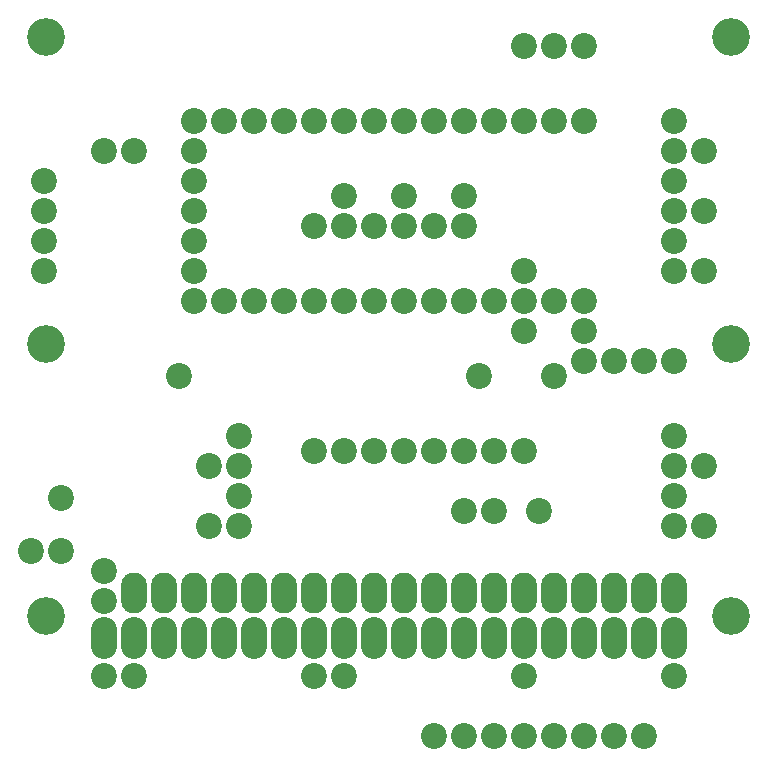
<source format=gbr>
%TF.GenerationSoftware,KiCad,Pcbnew,(5.1.6)-1*%
%TF.CreationDate,2024-05-03T12:17:57-05:00*%
%TF.ProjectId,audioBoard,61756469-6f42-46f6-9172-642e6b696361,rev?*%
%TF.SameCoordinates,PX2d4f1f0PY6bcb370*%
%TF.FileFunction,Soldermask,Bot*%
%TF.FilePolarity,Negative*%
%FSLAX46Y46*%
G04 Gerber Fmt 4.6, Leading zero omitted, Abs format (unit mm)*
G04 Created by KiCad (PCBNEW (5.1.6)-1) date 2024-05-03 12:17:57*
%MOMM*%
%LPD*%
G01*
G04 APERTURE LIST*
%ADD10C,2.200000*%
%ADD11C,3.200000*%
%ADD12O,2.200000X3.470000*%
%ADD13O,2.200000X3.570000*%
G04 APERTURE END LIST*
D10*
%TO.C,J7*%
X3290000Y53340000D03*
X3290000Y50800000D03*
X3290000Y48260000D03*
X3290000Y45720000D03*
%TD*%
D11*
%TO.C,REF\u002A\u002A*%
X61500000Y39510000D03*
%TD*%
%TO.C,REF\u002A\u002A*%
X3500000Y39510000D03*
%TD*%
%TO.C,REF\u002A\u002A*%
X3500000Y65510000D03*
%TD*%
%TO.C,REF\u002A\u002A*%
X3500000Y16510000D03*
%TD*%
%TO.C,REF\u002A\u002A*%
X61500000Y16510000D03*
%TD*%
%TO.C,REF\u002A\u002A*%
X61500000Y65510000D03*
%TD*%
D10*
%TO.C,J1*%
X43930000Y30480000D03*
X41390000Y30480000D03*
X38850000Y30480000D03*
X36310000Y30480000D03*
X33770000Y30480000D03*
X31230000Y30480000D03*
X28690000Y30480000D03*
X26150000Y30480000D03*
%TD*%
%TO.C,J3*%
X51550000Y38100000D03*
X49010000Y38100000D03*
%TD*%
%TO.C,J4*%
X54090000Y6350000D03*
X51550000Y6350000D03*
X49010000Y6350000D03*
X46470000Y6350000D03*
X43930000Y6350000D03*
X41390000Y6350000D03*
X38850000Y6350000D03*
X36310000Y6350000D03*
%TD*%
%TO.C,U1*%
X15990000Y50800000D03*
X15990000Y48260000D03*
X15990000Y45720000D03*
X15990000Y43180000D03*
X15990000Y53340000D03*
X15990000Y55880000D03*
X15990000Y58420000D03*
X18530000Y43180000D03*
X21070000Y43180000D03*
X23610000Y43180000D03*
X26150000Y43180000D03*
X28690000Y43180000D03*
X31230000Y43180000D03*
X33770000Y43180000D03*
X36310000Y43180000D03*
X38850000Y43180000D03*
X41390000Y43180000D03*
X43930000Y43180000D03*
X46470000Y43180000D03*
X49010000Y43180000D03*
X18530000Y58420000D03*
X21070000Y58420000D03*
X23610000Y58420000D03*
X26150000Y58420000D03*
X28690000Y58420000D03*
X31230000Y58420000D03*
X33770000Y58420000D03*
X36310000Y58420000D03*
X38850000Y58420000D03*
X41390000Y58420000D03*
X43930000Y58420000D03*
X46470000Y58420000D03*
X49010000Y58420000D03*
%TD*%
%TO.C,J6*%
X49010000Y64770000D03*
X46470000Y64770000D03*
X43930000Y64770000D03*
%TD*%
D12*
%TO.C,J2*%
X56630000Y18415000D03*
D13*
X56630000Y14605000D03*
D12*
X54090000Y18415000D03*
D13*
X54090000Y14605000D03*
D12*
X51550000Y18415000D03*
D13*
X51550000Y14605000D03*
D12*
X49010000Y18415000D03*
D13*
X49010000Y14605000D03*
D12*
X46470000Y18415000D03*
D13*
X46470000Y14605000D03*
D12*
X43930000Y18415000D03*
D13*
X43930000Y14605000D03*
D12*
X41390000Y18415000D03*
D13*
X41390000Y14605000D03*
D12*
X38850000Y18415000D03*
D13*
X38850000Y14605000D03*
D12*
X36310000Y18415000D03*
D13*
X36310000Y14605000D03*
D12*
X33770000Y18415000D03*
D13*
X33770000Y14605000D03*
D12*
X31230000Y18415000D03*
D13*
X31230000Y14605000D03*
D12*
X28690000Y18415000D03*
D13*
X28690000Y14605000D03*
D12*
X26150000Y18415000D03*
D13*
X26150000Y14605000D03*
D12*
X23610000Y18415000D03*
D13*
X23610000Y14605000D03*
D12*
X21070000Y18415000D03*
D13*
X21070000Y14605000D03*
D12*
X18530000Y18415000D03*
D13*
X18530000Y14605000D03*
D12*
X15990000Y18415000D03*
D13*
X15990000Y14605000D03*
D12*
X13450000Y18415000D03*
D13*
X13450000Y14605000D03*
D12*
X10910000Y18415000D03*
D13*
X10910000Y14605000D03*
D10*
X8370000Y17780000D03*
D13*
X8370000Y14605000D03*
%TD*%
D10*
X8370000Y20320000D03*
X4770000Y22010000D03*
X2230000Y22010000D03*
X56630000Y53340000D03*
X56630000Y58420000D03*
X56630000Y55880000D03*
X56630000Y48260000D03*
X56630000Y50800000D03*
X56630000Y45720000D03*
X56630000Y29210000D03*
X56630000Y24130000D03*
X56630000Y31750000D03*
X56630000Y26670000D03*
X19800000Y29210000D03*
X19800000Y24130000D03*
X19800000Y31750000D03*
X19800000Y26670000D03*
X38850000Y49530000D03*
X33770000Y49530000D03*
X36310000Y49530000D03*
X28690000Y49530000D03*
X26150000Y49530000D03*
X31230000Y49530000D03*
X28690000Y52070000D03*
X33770000Y52070000D03*
X38850000Y52070000D03*
X59170000Y55880000D03*
X59170000Y50800000D03*
X59170000Y45720000D03*
X59170000Y29210000D03*
X59170000Y24130000D03*
X17260000Y29210000D03*
X17260000Y24130000D03*
X45200000Y25400000D03*
X56630000Y38100000D03*
X56630000Y11430000D03*
X54090000Y38100000D03*
X28690000Y11430000D03*
X38850000Y25400000D03*
X26150000Y11430000D03*
X41390000Y25400000D03*
X43930000Y11430000D03*
X40120000Y36830000D03*
X10910000Y11430000D03*
X10910000Y55880000D03*
X8370000Y11430000D03*
X8370000Y55880000D03*
X46470000Y36830000D03*
X14720000Y36830000D03*
X49010000Y40640000D03*
X4770000Y26460000D03*
X43930000Y45720000D03*
X43930000Y40640000D03*
M02*

</source>
